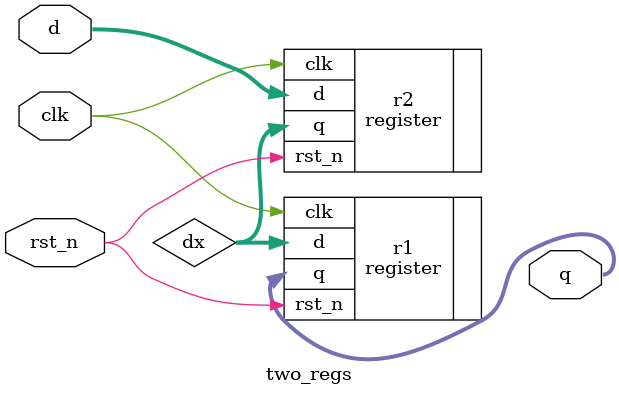
<source format=sv>
module two_regs
(output reg [15:0]q,
 input [15:0]d,
 input clk,rst_n);

 wire [15:0]dx;
 
 register #(16) r1(.q(q),.d(dx),.clk(clk),.rst_n(rst_n));
 
 defparam r2.SIZE=16;
 register r2(.q(dx),.d(d),.clk(clk),.rst_n(rst_n));

endmodule

</source>
